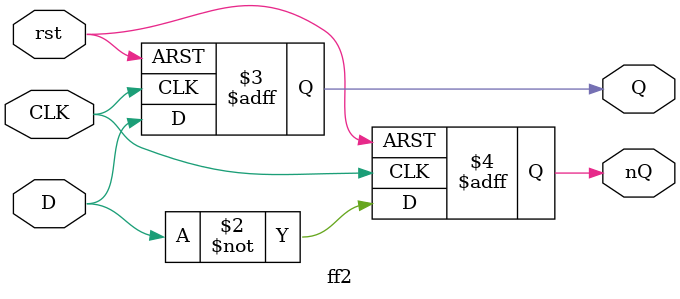
<source format=sv>
`timescale 1ns / 1ps
module ff2(
    input logic D, rst, CLK,
    output logic Q,nQ
    );
    
    always_ff @(posedge CLK, posedge rst) begin
    
        if (rst) begin 
            Q=0;
            nQ=1;
        end else begin
            Q=D;
            nQ=~D;
        end
    
    end
    
    
endmodule

</source>
